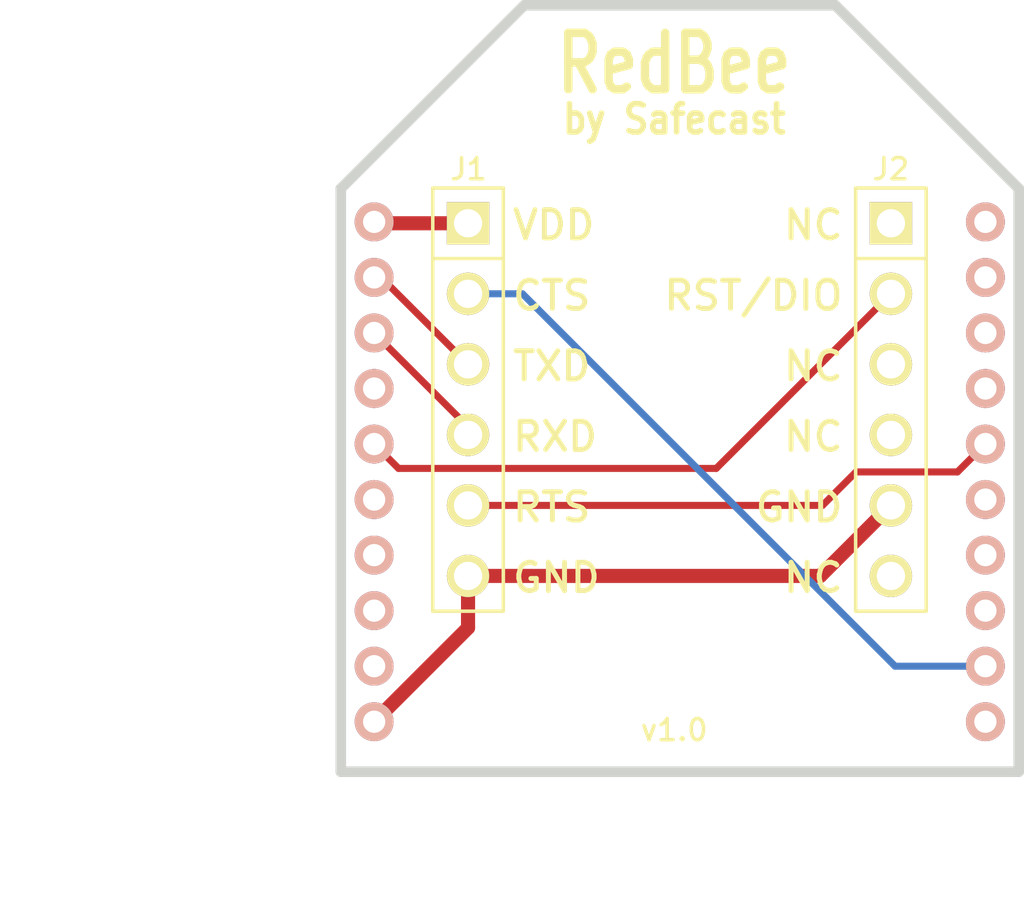
<source format=kicad_pcb>
(kicad_pcb (version 4) (host pcbnew 4.0.1-stable)

  (general
    (links 8)
    (no_connects 0)
    (area 86.617999 77.209499 123.590501 112.2512)
    (thickness 1.6002)
    (drawings 23)
    (tracks 23)
    (zones 0)
    (modules 3)
    (nets 25)
  )

  (page USLetter)
  (title_block
    (title RedBee)
    (date 2016-04-02)
    (rev 1.0)
  )

  (layers
    (0 Front signal)
    (31 Back signal)
    (32 B.Adhes user hide)
    (33 F.Adhes user hide)
    (34 B.Paste user hide)
    (35 F.Paste user hide)
    (36 B.SilkS user)
    (37 F.SilkS user)
    (38 B.Mask user)
    (39 F.Mask user)
    (40 Dwgs.User user)
    (41 Cmts.User user)
    (42 Eco1.User user)
    (43 Eco2.User user)
    (44 Edge.Cuts user)
  )

  (setup
    (last_trace_width 0.1524)
    (user_trace_width 0.2032)
    (user_trace_width 0.254)
    (user_trace_width 0.381)
    (user_trace_width 0.508)
    (user_trace_width 0.635)
    (user_trace_width 0.762)
    (user_trace_width 0.889)
    (user_trace_width 1.016)
    (trace_clearance 0.1524)
    (zone_clearance 0.254)
    (zone_45_only no)
    (trace_min 0.127)
    (segment_width 0.254)
    (edge_width 0.381)
    (via_size 0.6858)
    (via_drill 0.3302)
    (via_min_size 0.6858)
    (via_min_drill 0.3302)
    (uvia_size 0.508)
    (uvia_drill 0.127)
    (uvias_allowed no)
    (uvia_min_size 0.508)
    (uvia_min_drill 0.127)
    (pcb_text_width 0.3048)
    (pcb_text_size 1.524 2.032)
    (mod_edge_width 0.1524)
    (mod_text_size 0.762 0.762)
    (mod_text_width 0.127)
    (pad_size 0.76 2.4)
    (pad_drill 0)
    (pad_to_mask_clearance 0.254)
    (aux_axis_origin 99 105)
    (grid_origin 99 105)
    (visible_elements 7FFEFFBF)
    (pcbplotparams
      (layerselection 0x010f0_80000001)
      (usegerberextensions true)
      (excludeedgelayer true)
      (linewidth 0.150000)
      (plotframeref false)
      (viasonmask false)
      (mode 1)
      (useauxorigin true)
      (hpglpennumber 1)
      (hpglpenspeed 20)
      (hpglpendiameter 15)
      (hpglpenoverlay 2)
      (psnegative false)
      (psa4output false)
      (plotreference true)
      (plotvalue false)
      (plotinvisibletext false)
      (padsonsilk false)
      (subtractmaskfromsilk false)
      (outputformat 1)
      (mirror false)
      (drillshape 0)
      (scaleselection 1)
      (outputdirectory Z:/Engineering/Projects/Bluetooth_LE/RedBee/Hardware/Gerbers/))
  )

  (net 0 "")
  (net 1 GND)
  (net 2 RESET)
  (net 3 "Net-(P1-Pad6)")
  (net 4 "Net-(P1-Pad8)")
  (net 5 "Net-(P1-Pad11)")
  (net 6 "Net-(P1-Pad13)")
  (net 7 "Net-(P1-Pad14)")
  (net 8 "Net-(P1-Pad15)")
  (net 9 "Net-(P1-Pad17)")
  (net 10 "Net-(P1-Pad18)")
  (net 11 "Net-(P1-Pad19)")
  (net 12 "Net-(P1-Pad20)")
  (net 13 "Net-(P1-Pad4)")
  (net 14 "Net-(P1-Pad7)")
  (net 15 "Net-(P1-Pad9)")
  (net 16 VDD)
  (net 17 "Net-(J2-Pad6)")
  (net 18 P0.05)
  (net 19 P0.04)
  (net 20 SWDCLK)
  (net 21 RXD_HEADER)
  (net 22 RTS_HEADER)
  (net 23 TXD_HEADER)
  (net 24 CTS_HEADER)

  (net_class Default "This is the default net class."
    (clearance 0.1524)
    (trace_width 0.1524)
    (via_dia 0.6858)
    (via_drill 0.3302)
    (uvia_dia 0.508)
    (uvia_drill 0.127)
    (add_net CTS_HEADER)
    (add_net "Net-(J2-Pad6)")
    (add_net "Net-(P1-Pad11)")
    (add_net "Net-(P1-Pad13)")
    (add_net "Net-(P1-Pad14)")
    (add_net "Net-(P1-Pad15)")
    (add_net "Net-(P1-Pad17)")
    (add_net "Net-(P1-Pad18)")
    (add_net "Net-(P1-Pad19)")
    (add_net "Net-(P1-Pad20)")
    (add_net "Net-(P1-Pad4)")
    (add_net "Net-(P1-Pad6)")
    (add_net "Net-(P1-Pad7)")
    (add_net "Net-(P1-Pad8)")
    (add_net "Net-(P1-Pad9)")
    (add_net P0.04)
    (add_net P0.05)
    (add_net RESET)
    (add_net RTS_HEADER)
    (add_net RXD_HEADER)
    (add_net SWDCLK)
    (add_net TXD_HEADER)
  )

  (net_class Power ""
    (clearance 0.1524)
    (trace_width 0.508)
    (via_dia 0.889)
    (via_drill 0.635)
    (uvia_dia 0.508)
    (uvia_drill 0.127)
    (add_net GND)
    (add_net VDD)
  )

  (module Header:HEADER_XBEE locked (layer Back) (tedit 570ECEFE) (tstamp 54542454)
    (at 111.2 85.2 180)
    (path /570C7A5F)
    (fp_text reference P1 (at 9.4 1.6 180) (layer B.SilkS) hide
      (effects (font (size 0.762 0.762) (thickness 0.127)) (justify mirror))
    )
    (fp_text value HEADER_M_XBEE_PTH (at 0 2 180) (layer B.SilkS) hide
      (effects (font (size 0.762 0.762) (thickness 0.127)) (justify mirror))
    )
    (pad 11 thru_hole circle (at -11 -18 180) (size 1.4 1.4) (drill 0.8) (layers *.Cu *.Mask B.SilkS)
      (net 5 "Net-(P1-Pad11)"))
    (pad 12 thru_hole circle (at -11 -16 180) (size 1.4 1.4) (drill 0.8) (layers *.Cu *.Mask B.SilkS)
      (net 24 CTS_HEADER))
    (pad 13 thru_hole circle (at -11 -14 180) (size 1.4 1.4) (drill 0.8) (layers *.Cu *.Mask B.SilkS)
      (net 6 "Net-(P1-Pad13)"))
    (pad 14 thru_hole circle (at -11 -12 180) (size 1.4 1.4) (drill 0.8) (layers *.Cu *.Mask B.SilkS)
      (net 7 "Net-(P1-Pad14)"))
    (pad 15 thru_hole circle (at -11 -10 180) (size 1.4 1.4) (drill 0.8) (layers *.Cu *.Mask B.SilkS)
      (net 8 "Net-(P1-Pad15)"))
    (pad 16 thru_hole circle (at -11 -8 180) (size 1.4 1.4) (drill 0.8) (layers *.Cu *.Mask B.SilkS)
      (net 22 RTS_HEADER))
    (pad 17 thru_hole circle (at -11 -6 180) (size 1.4 1.4) (drill 0.8) (layers *.Cu *.Mask B.SilkS)
      (net 9 "Net-(P1-Pad17)"))
    (pad 18 thru_hole circle (at -11 -4 180) (size 1.4 1.4) (drill 0.8) (layers *.Cu *.Mask B.SilkS)
      (net 10 "Net-(P1-Pad18)"))
    (pad 19 thru_hole circle (at -11 -2 180) (size 1.4 1.4) (drill 0.8) (layers *.Cu *.Mask B.SilkS)
      (net 11 "Net-(P1-Pad19)"))
    (pad 20 thru_hole circle (at -11 0 180) (size 1.4 1.4) (drill 0.8) (layers *.Cu *.Mask B.SilkS)
      (net 12 "Net-(P1-Pad20)"))
    (pad 1 thru_hole circle (at 11 0 180) (size 1.4 1.4) (drill 0.8) (layers *.Cu *.Mask B.SilkS)
      (net 16 VDD))
    (pad 2 thru_hole circle (at 11 -2 180) (size 1.4 1.4) (drill 0.8) (layers *.Cu *.Mask B.SilkS)
      (net 23 TXD_HEADER))
    (pad 3 thru_hole circle (at 11 -4 180) (size 1.4 1.4) (drill 0.8) (layers *.Cu *.Mask B.SilkS)
      (net 21 RXD_HEADER))
    (pad 4 thru_hole circle (at 11 -6 180) (size 1.4 1.4) (drill 0.8) (layers *.Cu *.Mask B.SilkS)
      (net 13 "Net-(P1-Pad4)"))
    (pad 5 thru_hole circle (at 11 -8 180) (size 1.4 1.4) (drill 0.8) (layers *.Cu *.Mask B.SilkS)
      (net 2 RESET))
    (pad 6 thru_hole circle (at 11 -10 180) (size 1.4 1.4) (drill 0.8) (layers *.Cu *.Mask B.SilkS)
      (net 3 "Net-(P1-Pad6)"))
    (pad 7 thru_hole circle (at 11 -12 180) (size 1.4 1.4) (drill 0.8) (layers *.Cu *.Mask B.SilkS)
      (net 14 "Net-(P1-Pad7)"))
    (pad 8 thru_hole circle (at 11 -14 180) (size 1.4 1.4) (drill 0.8) (layers *.Cu *.Mask B.SilkS)
      (net 4 "Net-(P1-Pad8)"))
    (pad 9 thru_hole circle (at 11 -16 180) (size 1.4 1.4) (drill 0.8) (layers *.Cu *.Mask B.SilkS)
      (net 15 "Net-(P1-Pad9)"))
    (pad 10 thru_hole circle (at 11 -18 180) (size 1.4 1.4) (drill 0.8) (layers *.Cu *.Mask B.SilkS)
      (net 1 GND))
    (model C:/Engineering/KiCAD_Libraries/3D/Headers/VRML/HEADER_M_XBEE_ST_AU_PTH.wrl
      (at (xyz 0 0 0))
      (scale (xyz 1 1 1))
      (rotate (xyz 0 0 0))
    )
  )

  (module Header:HEADER_F_2.54MM_1R6P_ST_AU_PTH locked (layer Front) (tedit 570476F0) (tstamp 5700A4DB)
    (at 103.58 91.6 270)
    (tags Header)
    (path /5700DCFD)
    (fp_text reference J1 (at -8.3 -0.02 360) (layer F.SilkS)
      (effects (font (size 0.762 0.762) (thickness 0.127)))
    )
    (fp_text value HEADER_F_2.54MM_1R6P_ST_AU_PTH (at 0 -2.54 270) (layer F.Fab)
      (effects (font (size 0.762 0.762) (thickness 0.127)))
    )
    (fp_line (start 7.62 1.27) (end -7.62 1.27) (layer F.SilkS) (width 0.127))
    (fp_line (start -7.62 -1.27) (end 7.62 -1.27) (layer F.SilkS) (width 0.127))
    (fp_line (start 7.62 -1.27) (end 7.62 1.27) (layer F.SilkS) (width 0.127))
    (fp_line (start -5.08 1.27) (end -5.08 -1.27) (layer F.SilkS) (width 0.127))
    (fp_line (start -7.62 1.27) (end -7.62 -1.27) (layer F.SilkS) (width 0.127))
    (pad 6 thru_hole circle (at 6.35 0 270) (size 1.524 1.524) (drill 1.016) (layers *.Cu *.Mask F.SilkS)
      (net 1 GND))
    (pad 4 thru_hole circle (at 1.27 0 270) (size 1.524 1.524) (drill 1.016) (layers *.Cu *.Mask F.SilkS)
      (net 21 RXD_HEADER))
    (pad 5 thru_hole circle (at 3.81 0 270) (size 1.524 1.524) (drill 1.016) (layers *.Cu *.Mask F.SilkS)
      (net 22 RTS_HEADER))
    (pad 3 thru_hole circle (at -1.27 0 270) (size 1.524 1.524) (drill 1.016) (layers *.Cu *.Mask F.SilkS)
      (net 23 TXD_HEADER))
    (pad 2 thru_hole circle (at -3.81 0 270) (size 1.524 1.524) (drill 1.016) (layers *.Cu *.Mask F.SilkS)
      (net 24 CTS_HEADER))
    (pad 1 thru_hole rect (at -6.35 0 270) (size 1.524 1.524) (drill 1.016) (layers *.Cu *.Mask F.SilkS)
      (net 16 VDD))
    (model C:/Engineering/KiCAD_Libraries/3D/Headers/VRML/HEADER_F_2.54MM_1R6P_ST_AU_PTH.wrl
      (at (xyz 0 0 0))
      (scale (xyz 1 1 1))
      (rotate (xyz 0 0 0))
    )
  )

  (module Header:HEADER_F_2.54MM_1R6P_ST_AU_PTH locked (layer Front) (tedit 570476E8) (tstamp 5700A4A4)
    (at 118.8 91.6 270)
    (tags Header)
    (path /5700DE05)
    (fp_text reference J2 (at -8.3 0 360) (layer F.SilkS)
      (effects (font (size 0.762 0.762) (thickness 0.127)))
    )
    (fp_text value HEADER_F_2.54MM_1R6P_ST_AU_PTH (at 0 -2.54 270) (layer F.Fab)
      (effects (font (size 0.762 0.762) (thickness 0.127)))
    )
    (fp_line (start 7.62 1.27) (end -7.62 1.27) (layer F.SilkS) (width 0.127))
    (fp_line (start -7.62 -1.27) (end 7.62 -1.27) (layer F.SilkS) (width 0.127))
    (fp_line (start 7.62 -1.27) (end 7.62 1.27) (layer F.SilkS) (width 0.127))
    (fp_line (start -5.08 1.27) (end -5.08 -1.27) (layer F.SilkS) (width 0.127))
    (fp_line (start -7.62 1.27) (end -7.62 -1.27) (layer F.SilkS) (width 0.127))
    (pad 6 thru_hole circle (at 6.35 0 270) (size 1.524 1.524) (drill 1.016) (layers *.Cu *.Mask F.SilkS)
      (net 17 "Net-(J2-Pad6)"))
    (pad 4 thru_hole circle (at 1.27 0 270) (size 1.524 1.524) (drill 1.016) (layers *.Cu *.Mask F.SilkS)
      (net 18 P0.05))
    (pad 5 thru_hole circle (at 3.81 0 270) (size 1.524 1.524) (drill 1.016) (layers *.Cu *.Mask F.SilkS)
      (net 1 GND))
    (pad 3 thru_hole circle (at -1.27 0 270) (size 1.524 1.524) (drill 1.016) (layers *.Cu *.Mask F.SilkS)
      (net 19 P0.04))
    (pad 2 thru_hole circle (at -3.81 0 270) (size 1.524 1.524) (drill 1.016) (layers *.Cu *.Mask F.SilkS)
      (net 2 RESET))
    (pad 1 thru_hole rect (at -6.35 0 270) (size 1.524 1.524) (drill 1.016) (layers *.Cu *.Mask F.SilkS)
      (net 20 SWDCLK))
    (model C:/Engineering/KiCAD_Libraries/3D/Headers/VRML/HEADER_F_2.54MM_1R6P_ST_AU_PTH.wrl
      (at (xyz 0 0 0))
      (scale (xyz 1 1 1))
      (rotate (xyz 0 0 0))
    )
  )

  (dimension 27.6 (width 0.3048) (layer Dwgs.User)
    (gr_text "27.600 mm" (at 93.3744 91.2 90) (layer Dwgs.User)
      (effects (font (size 2.032 1.524) (thickness 0.3048)))
    )
    (feature1 (pts (xy 99 77.4) (xy 91.7488 77.4)))
    (feature2 (pts (xy 99 105) (xy 91.7488 105)))
    (crossbar (pts (xy 95 105) (xy 95 77.4)))
    (arrow1a (pts (xy 95 77.4) (xy 95.586421 78.526504)))
    (arrow1b (pts (xy 95 77.4) (xy 94.413579 78.526504)))
    (arrow2a (pts (xy 95 105) (xy 95.586421 103.873496)))
    (arrow2b (pts (xy 95 105) (xy 94.413579 103.873496)))
  )
  (gr_line (start 116.8 77.4) (end 105.6 77.4) (angle 90) (layer Edge.Cuts) (width 0.381))
  (gr_line (start 123.4 84) (end 116.8 77.4) (angle 90) (layer Edge.Cuts) (width 0.381))
  (gr_line (start 99 84) (end 105.6 77.4) (angle 90) (layer Edge.Cuts) (width 0.381))
  (dimension 24.4 (width 0.3048) (layer Dwgs.User)
    (gr_text "24.400 mm" (at 111.2 110.625599) (layer Dwgs.User)
      (effects (font (size 2.032 1.524) (thickness 0.3048)))
    )
    (feature1 (pts (xy 123.4 105) (xy 123.4 112.251199)))
    (feature2 (pts (xy 99 105) (xy 99 112.251199)))
    (crossbar (pts (xy 99 108.999999) (xy 123.4 108.999999)))
    (arrow1a (pts (xy 123.4 108.999999) (xy 122.273496 109.58642)))
    (arrow1b (pts (xy 123.4 108.999999) (xy 122.273496 108.413578)))
    (arrow2a (pts (xy 99 108.999999) (xy 100.126504 109.58642)))
    (arrow2b (pts (xy 99 108.999999) (xy 100.126504 108.413578)))
  )
  (gr_text NC (at 117.161 85.315) (layer F.SilkS) (tstamp 570B0B84)
    (effects (font (size 1.016 1.016) (thickness 0.1778)) (justify right))
  )
  (gr_text RST/DIO (at 117.161 87.855) (layer F.SilkS) (tstamp 570B0B83)
    (effects (font (size 1.016 1.016) (thickness 0.1778)) (justify right))
  )
  (gr_text NC (at 117.161 92.935) (layer F.SilkS) (tstamp 570B0B82)
    (effects (font (size 1.016 1.016) (thickness 0.1778)) (justify right))
  )
  (gr_text NC (at 117.161 90.395) (layer F.SilkS) (tstamp 570B0B81)
    (effects (font (size 1.016 1.016) (thickness 0.1778)) (justify right))
  )
  (gr_text GND (at 117.161 95.475) (layer F.SilkS) (tstamp 570B0B80)
    (effects (font (size 1.016 1.016) (thickness 0.1778)) (justify right))
  )
  (gr_text NC (at 117.161 98.015) (layer F.SilkS) (tstamp 570B0B7F)
    (effects (font (size 1.016 1.016) (thickness 0.1778)) (justify right))
  )
  (gr_text GND (at 105.096 98.015) (layer F.SilkS) (tstamp 570B0B6B)
    (effects (font (size 1.016 1.016) (thickness 0.1778)) (justify left))
  )
  (gr_text RTS (at 105.096 95.475) (layer F.SilkS) (tstamp 570B0B6A)
    (effects (font (size 1.016 1.016) (thickness 0.1778)) (justify left))
  )
  (gr_text TXD (at 105.096 90.395) (layer F.SilkS) (tstamp 570B0B57)
    (effects (font (size 1.016 1.016) (thickness 0.1778)) (justify left))
  )
  (gr_text RXD (at 105.096 92.935) (layer F.SilkS) (tstamp 570B0B56)
    (effects (font (size 1.016 1.016) (thickness 0.1778)) (justify left))
  )
  (gr_text CTS (at 105.096 87.855) (layer F.SilkS)
    (effects (font (size 1.016 1.016) (thickness 0.1778)) (justify left))
  )
  (gr_text VDD (at 105.096 85.315) (layer F.SilkS)
    (effects (font (size 1.016 1.016) (thickness 0.1778)) (justify left))
  )
  (gr_text "by Safecast" (at 111 81.5) (layer F.SilkS)
    (effects (font (size 1.016 0.9) (thickness 0.2032)))
  )
  (gr_text v1.0 (at 111 103.5) (layer F.SilkS)
    (effects (font (size 0.762 0.762) (thickness 0.127)))
  )
  (gr_text RedBee (at 111 79.5) (layer F.SilkS)
    (effects (font (size 2.032 1.524) (thickness 0.3048)))
  )
  (gr_line (start 99 105) (end 99 84) (angle 90) (layer Edge.Cuts) (width 0.381))
  (gr_line (start 123.4 105) (end 123.4 84) (angle 90) (layer Edge.Cuts) (width 0.381))
  (gr_line (start 99 105) (end 123.4 105) (angle 90) (layer Edge.Cuts) (width 0.381))

  (segment (start 103.58 97.95) (end 116.26 97.95) (width 0.508) (layer Front) (net 1))
  (segment (start 116.26 97.95) (end 118.8 95.41) (width 0.508) (layer Front) (net 1) (tstamp 570C604B))
  (segment (start 103.58 97.95) (end 103.58 99.82) (width 0.508) (layer Front) (net 1))
  (segment (start 103.58 99.82) (end 100.2 103.2) (width 0.508) (layer Front) (net 1) (tstamp 5707085B))
  (segment (start 100.2 93.2) (end 101.078 94.078) (width 0.254) (layer Front) (net 2))
  (segment (start 112.512 94.078) (end 118.8 87.79) (width 0.254) (layer Front) (net 2) (tstamp 570C6040))
  (segment (start 101.078 94.078) (end 112.512 94.078) (width 0.254) (layer Front) (net 2) (tstamp 570C603D))
  (segment (start 100.2 93.2) (end 100.203 93.218) (width 0.1524) (layer Back) (net 2) (status 80000))
  (segment (start 100.2 85.2) (end 100.25 85.25) (width 0.254) (layer Front) (net 16))
  (segment (start 100.25 85.25) (end 103.58 85.25) (width 0.508) (layer Front) (net 16) (tstamp 5707082E))
  (segment (start 100.2 89.2) (end 103.58 92.58) (width 0.254) (layer Front) (net 21))
  (segment (start 103.58 92.58) (end 103.58 92.87) (width 0.254) (layer Front) (net 21) (tstamp 570C602E))
  (segment (start 103.58 95.41) (end 116.337 95.41) (width 0.254) (layer Front) (net 22))
  (segment (start 121.195 94.205) (end 122.2 93.2) (width 0.254) (layer Front) (net 22) (tstamp 570C5E6D))
  (segment (start 117.542 94.205) (end 121.195 94.205) (width 0.254) (layer Front) (net 22) (tstamp 570C5E6B))
  (segment (start 116.337 95.41) (end 117.542 94.205) (width 0.254) (layer Front) (net 22) (tstamp 570C5E63))
  (segment (start 103.58 95.41) (end 103.59 95.4) (width 0.254) (layer Front) (net 22))
  (segment (start 103.632 95.377) (end 103.58 95.41) (width 0.1524) (layer Front) (net 22) (tstamp 57070753) (status 80000))
  (segment (start 100.2 87.2) (end 100.45 87.2) (width 0.254) (layer Front) (net 23))
  (segment (start 100.45 87.2) (end 103.58 90.33) (width 0.254) (layer Front) (net 23) (tstamp 570C602A))
  (segment (start 103.58 87.79) (end 105.539 87.79) (width 0.254) (layer Back) (net 24))
  (segment (start 118.949 101.2) (end 122.2 101.2) (width 0.254) (layer Back) (net 24) (tstamp 570C600E))
  (segment (start 105.539 87.79) (end 118.949 101.2) (width 0.254) (layer Back) (net 24) (tstamp 570C6004))

)

</source>
